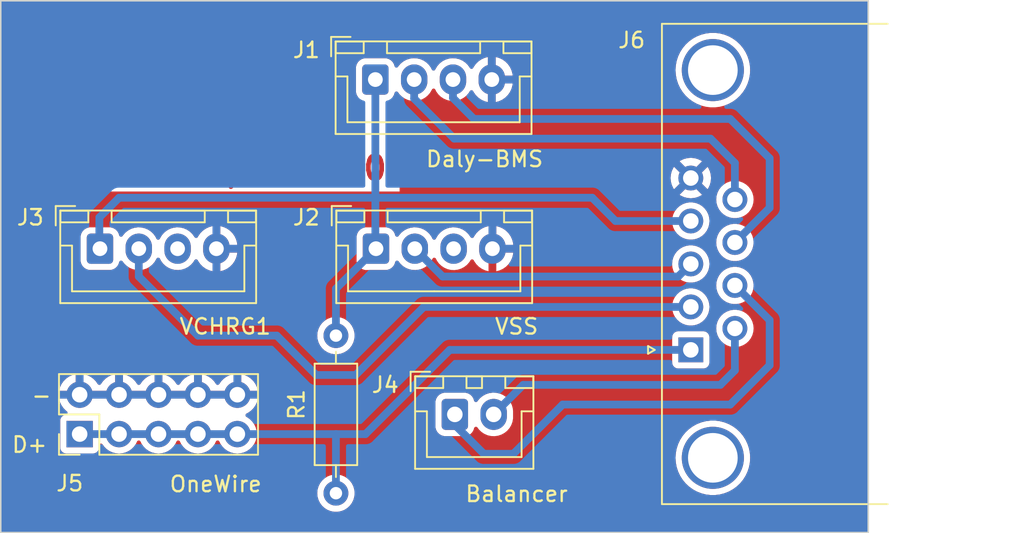
<source format=kicad_pcb>
(kicad_pcb (version 20221018) (generator pcbnew)
  (layers (0 "F.Cu" signal) (31 "B.Cu" signal) (34 "B.Paste" user) (35 "F.Paste" user) (36 "B.SilkS" user "B.Silkscreen") (37 "F.SilkS" user "F.Silkscreen") (38 "B.Mask" user) (39 "F.Mask" user) (44 "Edge.Cuts" user))
  (net 0 "")
  (net 1 "+3.3V")
  (net 2 "/Daly-TX")
  (net 3 "/Daly-RX")
  (net 4 "GND")
  (net 5 "/VSS-TX")
  (net 7 "/VCHRG1-TX")
  (net 9 "Net-(J4-Pin_1)")
  (net 10 "Net-(J4-Pin_2)")
  (net 11 "/OW-Data")
  (footprint "Connector_Dsub:DSUB-9_Male_Horizontal_P2.77x2.84mm_EdgePinOffset9.90mm_Housed_MountingHolesOffset11.32mm" (layer "F.Cu") (at 154.94 91.09 90)
    (fp_text reference "J6" (at 19.97 -3.81 180) (layer "F.SilkS"))
    (fp_text value "DE9 Plug")
    (fp_line (start -9.945 -1.86) (end 21.025 -1.86) (stroke (width 0.12)) (layer "F.SilkS"))
    (fp_line (start -9.945 12.68) (end -9.945 -1.86) (stroke (width 0.12)) (layer "F.SilkS"))
    (fp_line (start -0.25 -2.754338) (end 0.25 -2.754338) (stroke (width 0.12)) (layer "F.SilkS"))
    (fp_line (start 0 -2.321325) (end -0.25 -2.754338) (stroke (width 0.12)) (layer "F.SilkS"))
    (fp_line (start 0.25 -2.754338) (end 0 -2.321325) (stroke (width 0.12)) (layer "F.SilkS"))
    (fp_line (start 21.025 -1.86) (end 21.025 12.68) (stroke (width 0.12)) (layer "F.SilkS"))
    (pad "0" thru_hole circle (at -6.96 1.42 90) (size 4 4) (drill 3.2) (layers "*.Cu" "*.Mask"))
    (pad "0" thru_hole circle (at 18.04 1.42 90) (size 4 4) (drill 3.2) (layers "*.Cu" "*.Mask"))
    (pad "1" thru_hole rect (at 0 0 90) (size 1.6 1.6) (drill 1) (layers "*.Cu" "*.Mask") (net 11 "/OW-Data"))
    (pad "2" thru_hole circle (at 2.77 0 90) (size 1.6 1.6) (drill 1) (layers "*.Cu" "*.Mask") (net 7 "/VCHRG1-TX"))
    (pad "3" thru_hole circle (at 5.54 0 90) (size 1.6 1.6) (drill 1) (layers "*.Cu" "*.Mask") (net 5 "/VSS-TX"))
    (pad "4" thru_hole circle (at 8.31 0 90) (size 1.6 1.6) (drill 1) (layers "*.Cu" "*.Mask") (net 1 "+3.3V"))
    (pad "5" thru_hole circle (at 11.08 0 90) (size 1.6 1.6) (drill 1) (layers "*.Cu" "*.Mask") (net 4 "GND"))
    (pad "6" thru_hole circle (at 1.385 2.84 90) (size 1.6 1.6) (drill 1) (layers "*.Cu" "*.Mask") (net 10 "Net-(J4-Pin_2)"))
    (pad "7" thru_hole circle (at 4.155 2.84 90) (size 1.6 1.6) (drill 1) (layers "*.Cu" "*.Mask") (net 9 "Net-(J4-Pin_1)"))
    (pad "8" thru_hole circle (at 6.925 2.84 90) (size 1.6 1.6) (drill 1) (layers "*.Cu" "*.Mask") (net 3 "/Daly-RX"))
    (pad "9" thru_hole circle (at 9.695 2.84 90) (size 1.6 1.6) (drill 1) (layers "*.Cu" "*.Mask") (net 2 "/Daly-TX"))
  )
  (footprint "Connector_JST:JST_XH_B4B-XH-A_1x04_P2.50mm_Vertical" (layer "F.Cu") (at 134.66 84.565)
    (fp_text reference "J2" (at -4.485 -2.015) (layer "F.SilkS"))
    (fp_text value "B4B-XH-A")
    (fp_line (start -2.85 -2.75) (end -2.85 -1.5) (stroke (width 0.12)) (layer "F.SilkS"))
    (fp_line (start -2.56 -2.46) (end -2.56 3.51) (stroke (width 0.12)) (layer "F.SilkS"))
    (fp_line (start -2.56 3.51) (end 10.06 3.51) (stroke (width 0.12)) (layer "F.SilkS"))
    (fp_line (start -2.55 -2.45) (end -2.55 -1.7) (stroke (width 0.12)) (layer "F.SilkS"))
    (fp_line (start -2.55 -1.7) (end -0.75 -1.7) (stroke (width 0.12)) (layer "F.SilkS"))
    (fp_line (start -2.55 -0.2) (end -1.8 -0.2) (stroke (width 0.12)) (layer "F.SilkS"))
    (fp_line (start -1.8 -0.2) (end -1.8 2.75) (stroke (width 0.12)) (layer "F.SilkS"))
    (fp_line (start -1.8 2.75) (end 3.75 2.75) (stroke (width 0.12)) (layer "F.SilkS"))
    (fp_line (start -1.6 -2.75) (end -2.85 -2.75) (stroke (width 0.12)) (layer "F.SilkS"))
    (fp_line (start -0.75 -2.45) (end -2.55 -2.45) (stroke (width 0.12)) (layer "F.SilkS"))
    (fp_line (start -0.75 -1.7) (end -0.75 -2.45) (stroke (width 0.12)) (layer "F.SilkS"))
    (fp_line (start 0.75 -2.45) (end 0.75 -1.7) (stroke (width 0.12)) (layer "F.SilkS"))
    (fp_line (start 0.75 -1.7) (end 6.75 -1.7) (stroke (width 0.12)) (layer "F.SilkS"))
    (fp_line (start 6.75 -2.45) (end 0.75 -2.45) (stroke (width 0.12)) (layer "F.SilkS"))
    (fp_line (start 6.75 -1.7) (end 6.75 -2.45) (stroke (width 0.12)) (layer "F.SilkS"))
    (fp_line (start 8.25 -2.45) (end 8.25 -1.7) (stroke (width 0.12)) (layer "F.SilkS"))
    (fp_line (start 8.25 -1.7) (end 10.05 -1.7) (stroke (width 0.12)) (layer "F.SilkS"))
    (fp_line (start 9.3 -0.2) (end 9.3 2.75) (stroke (width 0.12)) (layer "F.SilkS"))
    (fp_line (start 9.3 2.75) (end 3.75 2.75) (stroke (width 0.12)) (layer "F.SilkS"))
    (fp_line (start 10.05 -2.45) (end 8.25 -2.45) (stroke (width 0.12)) (layer "F.SilkS"))
    (fp_line (start 10.05 -1.7) (end 10.05 -2.45) (stroke (width 0.12)) (layer "F.SilkS"))
    (fp_line (start 10.05 -0.2) (end 9.3 -0.2) (stroke (width 0.12)) (layer "F.SilkS"))
    (fp_line (start 10.06 -2.46) (end -2.56 -2.46) (stroke (width 0.12)) (layer "F.SilkS"))
    (fp_line (start 10.06 3.51) (end 10.06 -2.46) (stroke (width 0.12)) (layer "F.SilkS"))
    (pad "1" thru_hole roundrect (at 0 0) (size 1.7 1.95) (drill 0.95) (layers "*.Cu" "*.Mask") (roundrect_rratio 0.1470588235) (net 1 "+3.3V"))
    (pad "2" thru_hole oval (at 2.5 0) (size 1.7 1.95) (drill 0.95) (layers "*.Cu" "*.Mask") (net 5 "/VSS-TX"))
    (pad "3" thru_hole oval (at 5 0) (size 1.7 1.95) (drill 0.95) (layers "*.Cu" "*.Mask"))
    (pad "4" thru_hole oval (at 7.5 0) (size 1.7 1.95) (drill 0.95) (layers "*.Cu" "*.Mask") (net 4 "GND"))
  )
  (footprint "Connector_JST:JST_XH_B4B-XH-A_1x04_P2.50mm_Vertical" (layer "F.Cu") (at 116.88 84.565)
    (fp_text reference "J3" (at -4.485 -2.015) (layer "F.SilkS"))
    (fp_text value "B4B-XH-A")
    (fp_line (start -2.85 -2.75) (end -2.85 -1.5) (stroke (width 0.12)) (layer "F.SilkS"))
    (fp_line (start -2.56 -2.46) (end -2.56 3.51) (stroke (width 0.12)) (layer "F.SilkS"))
    (fp_line (start -2.56 3.51) (end 10.06 3.51) (stroke (width 0.12)) (layer "F.SilkS"))
    (fp_line (start -2.55 -2.45) (end -2.55 -1.7) (stroke (width 0.12)) (layer "F.SilkS"))
    (fp_line (start -2.55 -1.7) (end -0.75 -1.7) (stroke (width 0.12)) (layer "F.SilkS"))
    (fp_line (start -2.55 -0.2) (end -1.8 -0.2) (stroke (width 0.12)) (layer "F.SilkS"))
    (fp_line (start -1.8 -0.2) (end -1.8 2.75) (stroke (width 0.12)) (layer "F.SilkS"))
    (fp_line (start -1.8 2.75) (end 3.75 2.75) (stroke (width 0.12)) (layer "F.SilkS"))
    (fp_line (start -1.6 -2.75) (end -2.85 -2.75) (stroke (width 0.12)) (layer "F.SilkS"))
    (fp_line (start -0.75 -2.45) (end -2.55 -2.45) (stroke (width 0.12)) (layer "F.SilkS"))
    (fp_line (start -0.75 -1.7) (end -0.75 -2.45) (stroke (width 0.12)) (layer "F.SilkS"))
    (fp_line (start 0.75 -2.45) (end 0.75 -1.7) (stroke (width 0.12)) (layer "F.SilkS"))
    (fp_line (start 0.75 -1.7) (end 6.75 -1.7) (stroke (width 0.12)) (layer "F.SilkS"))
    (fp_line (start 6.75 -2.45) (end 0.75 -2.45) (stroke (width 0.12)) (layer "F.SilkS"))
    (fp_line (start 6.75 -1.7) (end 6.75 -2.45) (stroke (width 0.12)) (layer "F.SilkS"))
    (fp_line (start 8.25 -2.45) (end 8.25 -1.7) (stroke (width 0.12)) (layer "F.SilkS"))
    (fp_line (start 8.25 -1.7) (end 10.05 -1.7) (stroke (width 0.12)) (layer "F.SilkS"))
    (fp_line (start 9.3 -0.2) (end 9.3 2.75) (stroke (width 0.12)) (layer "F.SilkS"))
    (fp_line (start 9.3 2.75) (end 3.75 2.75) (stroke (width 0.12)) (layer "F.SilkS"))
    (fp_line (start 10.05 -2.45) (end 8.25 -2.45) (stroke (width 0.12)) (layer "F.SilkS"))
    (fp_line (start 10.05 -1.7) (end 10.05 -2.45) (stroke (width 0.12)) (layer "F.SilkS"))
    (fp_line (start 10.05 -0.2) (end 9.3 -0.2) (stroke (width 0.12)) (layer "F.SilkS"))
    (fp_line (start 10.06 -2.46) (end -2.56 -2.46) (stroke (width 0.12)) (layer "F.SilkS"))
    (fp_line (start 10.06 3.51) (end 10.06 -2.46) (stroke (width 0.12)) (layer "F.SilkS"))
    (pad "1" thru_hole roundrect (at 0 0) (size 1.7 1.95) (drill 0.95) (layers "*.Cu" "*.Mask") (roundrect_rratio 0.1470588235) (net 1 "+3.3V"))
    (pad "2" thru_hole oval (at 2.5 0) (size 1.7 1.95) (drill 0.95) (layers "*.Cu" "*.Mask") (net 7 "/VCHRG1-TX"))
    (pad "3" thru_hole oval (at 5 0) (size 1.7 1.95) (drill 0.95) (layers "*.Cu" "*.Mask"))
    (pad "4" thru_hole oval (at 7.5 0) (size 1.7 1.95) (drill 0.95) (layers "*.Cu" "*.Mask") (net 4 "GND"))
  )
  (footprint "Connector_JST:JST_XH_B4B-XH-A_1x04_P2.50mm_Vertical" (layer "F.Cu") (at 134.62 73.66)
    (fp_text reference "J1" (at -4.445 -1.905) (layer "F.SilkS"))
    (fp_text value "B4B-XH-A")
    (fp_line (start -2.85 -2.75) (end -2.85 -1.5) (stroke (width 0.12)) (layer "F.SilkS"))
    (fp_line (start -2.56 -2.46) (end -2.56 3.51) (stroke (width 0.12)) (layer "F.SilkS"))
    (fp_line (start -2.56 3.51) (end 10.06 3.51) (stroke (width 0.12)) (layer "F.SilkS"))
    (fp_line (start -2.55 -2.45) (end -2.55 -1.7) (stroke (width 0.12)) (layer "F.SilkS"))
    (fp_line (start -2.55 -1.7) (end -0.75 -1.7) (stroke (width 0.12)) (layer "F.SilkS"))
    (fp_line (start -2.55 -0.2) (end -1.8 -0.2) (stroke (width 0.12)) (layer "F.SilkS"))
    (fp_line (start -1.8 -0.2) (end -1.8 2.75) (stroke (width 0.12)) (layer "F.SilkS"))
    (fp_line (start -1.8 2.75) (end 3.75 2.75) (stroke (width 0.12)) (layer "F.SilkS"))
    (fp_line (start -1.6 -2.75) (end -2.85 -2.75) (stroke (width 0.12)) (layer "F.SilkS"))
    (fp_line (start -0.75 -2.45) (end -2.55 -2.45) (stroke (width 0.12)) (layer "F.SilkS"))
    (fp_line (start -0.75 -1.7) (end -0.75 -2.45) (stroke (width 0.12)) (layer "F.SilkS"))
    (fp_line (start 0.75 -2.45) (end 0.75 -1.7) (stroke (width 0.12)) (layer "F.SilkS"))
    (fp_line (start 0.75 -1.7) (end 6.75 -1.7) (stroke (width 0.12)) (layer "F.SilkS"))
    (fp_line (start 6.75 -2.45) (end 0.75 -2.45) (stroke (width 0.12)) (layer "F.SilkS"))
    (fp_line (start 6.75 -1.7) (end 6.75 -2.45) (stroke (width 0.12)) (layer "F.SilkS"))
    (fp_line (start 8.25 -2.45) (end 8.25 -1.7) (stroke (width 0.12)) (layer "F.SilkS"))
    (fp_line (start 8.25 -1.7) (end 10.05 -1.7) (stroke (width 0.12)) (layer "F.SilkS"))
    (fp_line (start 9.3 -0.2) (end 9.3 2.75) (stroke (width 0.12)) (layer "F.SilkS"))
    (fp_line (start 9.3 2.75) (end 3.75 2.75) (stroke (width 0.12)) (layer "F.SilkS"))
    (fp_line (start 10.05 -2.45) (end 8.25 -2.45) (stroke (width 0.12)) (layer "F.SilkS"))
    (fp_line (start 10.05 -1.7) (end 10.05 -2.45) (stroke (width 0.12)) (layer "F.SilkS"))
    (fp_line (start 10.05 -0.2) (end 9.3 -0.2) (stroke (width 0.12)) (layer "F.SilkS"))
    (fp_line (start 10.06 -2.46) (end -2.56 -2.46) (stroke (width 0.12)) (layer "F.SilkS"))
    (fp_line (start 10.06 3.51) (end 10.06 -2.46) (stroke (width 0.12)) (layer "F.SilkS"))
    (pad "1" thru_hole roundrect (at 0 0) (size 1.7 1.95) (drill 0.95) (layers "*.Cu" "*.Mask") (roundrect_rratio 0.1470588235) (net 1 "+3.3V"))
    (pad "2" thru_hole oval (at 2.5 0) (size 1.7 1.95) (drill 0.95) (layers "*.Cu" "*.Mask") (net 2 "/Daly-TX"))
    (pad "3" thru_hole oval (at 5 0) (size 1.7 1.95) (drill 0.95) (layers "*.Cu" "*.Mask") (net 3 "/Daly-RX"))
    (pad "4" thru_hole oval (at 7.5 0) (size 1.7 1.95) (drill 0.95) (layers "*.Cu" "*.Mask") (net 4 "GND"))
  )
  (footprint "Resistor_THT:R_Axial_DIN0207_L6.3mm_D2.5mm_P10.16mm_Horizontal" (layer "F.Cu") (at 132.08 90.17 -90)
    (fp_text reference "R1" (at 4.445 2.54 -90) (layer "F.SilkS"))
    (fp_text value "4k7")
    (fp_line (start 1.04 0) (end 1.81 0) (stroke (width 0.12)) (layer "F.SilkS"))
    (fp_line (start 1.81 -1.37) (end 1.81 1.37) (stroke (width 0.12)) (layer "F.SilkS"))
    (fp_line (start 1.81 1.37) (end 8.35 1.37) (stroke (width 0.12)) (layer "F.SilkS"))
    (fp_line (start 8.35 -1.37) (end 1.81 -1.37) (stroke (width 0.12)) (layer "F.SilkS"))
    (fp_line (start 8.35 1.37) (end 8.35 -1.37) (stroke (width 0.12)) (layer "F.SilkS"))
    (fp_line (start 9.12 0) (end 8.35 0) (stroke (width 0.12)) (layer "F.SilkS"))
    (pad "1" thru_hole circle (at 0 0 270) (size 1.6 1.6) (drill 0.8) (layers "*.Cu" "*.Mask") (net 1 "+3.3V"))
    (pad "2" thru_hole oval (at 10.16 0 270) (size 1.6 1.6) (drill 0.8) (layers "*.Cu" "*.Mask") (net 11 "/OW-Data"))
  )
  (footprint "Connector_PinHeader_2.54mm:PinHeader_2x05_P2.54mm_Vertical" (layer "F.Cu") (at 115.57 96.52 90)
    (fp_text reference "J5" (at -3.175 -0.635 180) (layer "F.SilkS"))
    (fp_text value "Conn_02x05_Counter_Clockwise" hide)
    (fp_line (start -1.33 -1.33) (end 0 -1.33) (stroke (width 0.12)) (layer "F.SilkS"))
    (fp_line (start -1.33 0) (end -1.33 -1.33) (stroke (width 0.12)) (layer "F.SilkS"))
    (fp_line (start -1.33 1.27) (end -1.33 11.49) (stroke (width 0.12)) (layer "F.SilkS"))
    (fp_line (start -1.33 1.27) (end 1.27 1.27) (stroke (width 0.12)) (layer "F.SilkS"))
    (fp_line (start -1.33 11.49) (end 3.87 11.49) (stroke (width 0.12)) (layer "F.SilkS"))
    (fp_line (start 1.27 -1.33) (end 3.87 -1.33) (stroke (width 0.12)) (layer "F.SilkS"))
    (fp_line (start 1.27 1.27) (end 1.27 -1.33) (stroke (width 0.12)) (layer "F.SilkS"))
    (fp_line (start 3.87 -1.33) (end 3.87 11.49) (stroke (width 0.12)) (layer "F.SilkS"))
    (pad "1" thru_hole rect (at 0 0 90) (size 1.7 1.7) (drill 1) (layers "*.Cu" "*.Mask") (net 11 "/OW-Data"))
    (pad "2" thru_hole oval (at 2.54 0 90) (size 1.7 1.7) (drill 1) (layers "*.Cu" "*.Mask") (net 4 "GND"))
    (pad "3" thru_hole oval (at 0 2.54 90) (size 1.7 1.7) (drill 1) (layers "*.Cu" "*.Mask") (net 11 "/OW-Data"))
    (pad "4" thru_hole oval (at 2.54 2.54 90) (size 1.7 1.7) (drill 1) (layers "*.Cu" "*.Mask") (net 4 "GND"))
    (pad "5" thru_hole oval (at 0 5.08 90) (size 1.7 1.7) (drill 1) (layers "*.Cu" "*.Mask") (net 11 "/OW-Data"))
    (pad "6" thru_hole oval (at 2.54 5.08 90) (size 1.7 1.7) (drill 1) (layers "*.Cu" "*.Mask") (net 4 "GND"))
    (pad "7" thru_hole oval (at 0 7.62 90) (size 1.7 1.7) (drill 1) (layers "*.Cu" "*.Mask") (net 11 "/OW-Data"))
    (pad "8" thru_hole oval (at 2.54 7.62 90) (size 1.7 1.7) (drill 1) (layers "*.Cu" "*.Mask") (net 4 "GND"))
    (pad "9" thru_hole oval (at 0 10.16 90) (size 1.7 1.7) (drill 1) (layers "*.Cu" "*.Mask") (net 11 "/OW-Data"))
    (pad "10" thru_hole oval (at 2.54 10.16 90) (size 1.7 1.7) (drill 1) (layers "*.Cu" "*.Mask") (net 4 "GND"))
  )
  (footprint "Connector_JST:JST_XH_B2B-XH-A_1x02_P2.50mm_Vertical" (layer "F.Cu") (at 139.74 95.25)
    (fp_text reference "J4" (at -4.485 -1.905) (layer "F.SilkS"))
    (fp_text value "B2B-XH-A")
    (fp_line (start -2.85 -2.75) (end -2.85 -1.5) (stroke (width 0.12)) (layer "F.SilkS"))
    (fp_line (start -2.56 -2.46) (end -2.56 3.51) (stroke (width 0.12)) (layer "F.SilkS"))
    (fp_line (start -2.56 3.51) (end 5.06 3.51) (stroke (width 0.12)) (layer "F.SilkS"))
    (fp_line (start -2.55 -2.45) (end -2.55 -1.7) (stroke (width 0.12)) (layer "F.SilkS"))
    (fp_line (start -2.55 -1.7) (end -0.75 -1.7) (stroke (width 0.12)) (layer "F.SilkS"))
    (fp_line (start -2.55 -0.2) (end -1.8 -0.2) (stroke (width 0.12)) (layer "F.SilkS"))
    (fp_line (start -1.8 -0.2) (end -1.8 2.75) (stroke (width 0.12)) (layer "F.SilkS"))
    (fp_line (start -1.8 2.75) (end 1.25 2.75) (stroke (width 0.12)) (layer "F.SilkS"))
    (fp_line (start -1.6 -2.75) (end -2.85 -2.75) (stroke (width 0.12)) (layer "F.SilkS"))
    (fp_line (start -0.75 -2.45) (end -2.55 -2.45) (stroke (width 0.12)) (layer "F.SilkS"))
    (fp_line (start -0.75 -1.7) (end -0.75 -2.45) (stroke (width 0.12)) (layer "F.SilkS"))
    (fp_line (start 0.75 -2.45) (end 0.75 -1.7) (stroke (width 0.12)) (layer "F.SilkS"))
    (fp_line (start 0.75 -1.7) (end 1.75 -1.7) (stroke (width 0.12)) (layer "F.SilkS"))
    (fp_line (start 1.75 -2.45) (end 0.75 -2.45) (stroke (width 0.12)) (layer "F.SilkS"))
    (fp_line (start 1.75 -1.7) (end 1.75 -2.45) (stroke (width 0.12)) (layer "F.SilkS"))
    (fp_line (start 3.25 -2.45) (end 3.25 -1.7) (stroke (width 0.12)) (layer "F.SilkS"))
    (fp_line (start 3.25 -1.7) (end 5.05 -1.7) (stroke (width 0.12)) (layer "F.SilkS"))
    (fp_line (start 4.3 -0.2) (end 4.3 2.75) (stroke (width 0.12)) (layer "F.SilkS"))
    (fp_line (start 4.3 2.75) (end 1.25 2.75) (stroke (width 0.12)) (layer "F.SilkS"))
    (fp_line (start 5.05 -2.45) (end 3.25 -2.45) (stroke (width 0.12)) (layer "F.SilkS"))
    (fp_line (start 5.05 -1.7) (end 5.05 -2.45) (stroke (width 0.12)) (layer "F.SilkS"))
    (fp_line (start 5.05 -0.2) (end 4.3 -0.2) (stroke (width 0.12)) (layer "F.SilkS"))
    (fp_line (start 5.06 -2.46) (end -2.56 -2.46) (stroke (width 0.12)) (layer "F.SilkS"))
    (fp_line (start 5.06 3.51) (end 5.06 -2.46) (stroke (width 0.12)) (layer "F.SilkS"))
    (pad "1" thru_hole roundrect (at 0 0) (size 1.7 2) (drill 1) (layers "*.Cu" "*.Mask") (roundrect_rratio 0.1470588235) (net 9 "Net-(J4-Pin_1)"))
    (pad "2" thru_hole oval (at 2.5 0) (size 1.7 2) (drill 1) (layers "*.Cu" "*.Mask") (net 10 "Net-(J4-Pin_2)"))
  )
  (gr_rect (start 110.49 68.58) (end 166.37 102.87) (stroke (width 0.1)) (fill none) (layer "Edge.Cuts"))
  (gr_text "ESP32-BMS_Ctrl\nD-SUB Adaptor v1.0" (at 111.76 80.264) (layer "F.Cu") (effects (font (size 1.5 1.5) (thickness 0.3) bold) (justify left bottom)))
  (gr_text "VSS" (at 142.24 90.17) (layer "F.SilkS") (effects (font (size 1 1)) (justify left bottom)))
  (gr_text "-" (at 112.395 94.615) (layer "F.SilkS") (effects (font (size 1 1)) (justify left bottom)))
  (gr_text "D+" (at 111.125 97.79) (layer "F.SilkS") (effects (font (size 1 1)) (justify left bottom)))
  (gr_text "VCHRG1" (at 121.92 90.17) (layer "F.SilkS") (effects (font (size 1 1)) (justify left bottom)))
  (gr_text "OneWire" (at 121.285 100.33) (layer "F.SilkS") (effects (font (size 1 1)) (justify left bottom)))
  (gr_text "Daly-BMS" (at 137.795 79.375) (layer "F.SilkS") (effects (font (size 1 1)) (justify left bottom)))
  (gr_text "Balancer" (at 140.335 100.965) (layer "F.SilkS") (effects (font (size 1 1)) (justify left bottom)))
  (segment (start 132.08 87.145) (end 132.08 90.17) (width 0.5) (layer "B.Cu") (net 1))
  (segment (start 134.62 73.66) (end 134.62 84.525) (width 0.5) (layer "B.Cu") (net 1))
  (segment (start 154.94 82.78) (end 150.09 82.78) (width 0.5) (layer "B.Cu") (net 1))
  (segment (start 134.66 84.565) (end 132.08 87.145) (width 0.5) (layer "B.Cu") (net 1))
  (segment (start 148.59 81.28) (end 118.11 81.28) (width 0.5) (layer "B.Cu") (net 1))
  (segment (start 134.62 84.525) (end 134.66 84.565) (width 0.5) (layer "B.Cu") (net 1))
  (segment (start 116.84 84.525) (end 116.88 84.565) (width 0.5) (layer "B.Cu") (net 1))
  (segment (start 116.84 82.55) (end 116.84 84.525) (width 0.5) (layer "B.Cu") (net 1))
  (segment (start 118.11 81.28) (end 116.84 82.55) (width 0.5) (layer "B.Cu") (net 1))
  (segment (start 150.09 82.78) (end 148.59 81.28) (width 0.5) (layer "B.Cu") (net 1))
  (segment (start 137.12 74.89) (end 137.12 73.66) (width 0.5) (layer "B.Cu") (net 2))
  (segment (start 157.78 79.04) (end 156.21 77.47) (width 0.5) (layer "B.Cu") (net 2))
  (segment (start 139.7 77.47) (end 137.12 74.89) (width 0.5) (layer "B.Cu") (net 2))
  (segment (start 156.21 77.47) (end 139.7 77.47) (width 0.5) (layer "B.Cu") (net 2))
  (segment (start 157.78 81.395) (end 157.78 79.04) (width 0.5) (layer "B.Cu") (net 2))
  (segment (start 160.02 78.74) (end 157.48 76.2) (width 0.5) (layer "B.Cu") (net 3))
  (segment (start 160.02 81.925) (end 160.02 78.74) (width 0.5) (layer "B.Cu") (net 3))
  (segment (start 157.78 84.165) (end 160.02 81.925) (width 0.5) (layer "B.Cu") (net 3))
  (segment (start 157.48 76.2) (end 140.97 76.2) (width 0.5) (layer "B.Cu") (net 3))
  (segment (start 140.97 76.2) (end 139.62 74.85) (width 0.5) (layer "B.Cu") (net 3))
  (segment (start 139.62 74.85) (end 139.62 73.66) (width 0.5) (layer "B.Cu") (net 3))
  (segment (start 154.94 85.55) (end 154.13 86.36) (width 0.5) (layer "B.Cu") (net 5))
  (segment (start 138.955 86.36) (end 137.16 84.565) (width 0.5) (layer "B.Cu") (net 5))
  (segment (start 154.13 86.36) (end 138.955 86.36) (width 0.5) (layer "B.Cu") (net 5))
  (segment (start 123.19 90.17) (end 119.38 86.36) (width 0.5) (layer "B.Cu") (net 7))
  (segment (start 130.81 92.71) (end 128.27 90.17) (width 0.5) (layer "B.Cu") (net 7))
  (segment (start 154.94 88.32) (end 137.74 88.32) (width 0.5) (layer "B.Cu") (net 7))
  (segment (start 119.38 86.36) (end 119.38 84.565) (width 0.5) (layer "B.Cu") (net 7))
  (segment (start 137.74 88.32) (end 133.35 92.71) (width 0.5) (layer "B.Cu") (net 7))
  (segment (start 133.35 92.71) (end 130.81 92.71) (width 0.5) (layer "B.Cu") (net 7))
  (segment (start 128.27 90.17) (end 123.19 90.17) (width 0.5) (layer "B.Cu") (net 7))
  (segment (start 141.605 97.79) (end 139.74 95.925) (width 0.5) (layer "B.Cu") (net 9))
  (segment (start 157.78 86.935) (end 160.02 89.175) (width 0.5) (layer "B.Cu") (net 9))
  (segment (start 139.74 95.925) (end 139.74 95.25) (width 0.5) (layer "B.Cu") (net 9))
  (segment (start 157.48 94.615) (end 146.685 94.615) (width 0.5) (layer "B.Cu") (net 9))
  (segment (start 160.02 89.175) (end 160.02 92.075) (width 0.5) (layer "B.Cu") (net 9))
  (segment (start 160.02 92.075) (end 157.48 94.615) (width 0.5) (layer "B.Cu") (net 9))
  (segment (start 143.51 97.79) (end 141.605 97.79) (width 0.5) (layer "B.Cu") (net 9))
  (segment (start 146.685 94.615) (end 143.51 97.79) (width 0.5) (layer "B.Cu") (net 9))
  (segment (start 157.78 89.705) (end 157.78 92.41) (width 0.5) (layer "B.Cu") (net 10))
  (segment (start 157.78 92.41) (end 156.845 93.345) (width 0.5) (layer "B.Cu") (net 10))
  (segment (start 156.845 93.345) (end 144.145 93.345) (width 0.5) (layer "B.Cu") (net 10))
  (segment (start 144.145 93.345) (end 142.24 95.25) (width 0.5) (layer "B.Cu") (net 10))
  (segment (start 133.985 96.52) (end 132.08 96.52) (width 0.5) (layer "B.Cu") (net 11))
  (segment (start 139.415 91.09) (end 133.985 96.52) (width 0.5) (layer "B.Cu") (net 11))
  (segment (start 125.73 96.52) (end 132.08 96.52) (width 0.5) (layer "B.Cu") (net 11))
  (segment (start 132.08 96.52) (end 132.08 100.33) (width 0.5) (layer "B.Cu") (net 11))
  (segment (start 118.11 96.52) (end 120.65 96.52) (width 0.5) (layer "B.Cu") (net 11))
  (segment (start 115.57 96.52) (end 118.11 96.52) (width 0.5) (layer "B.Cu") (net 11))
  (segment (start 123.19 96.52) (end 125.73 96.52) (width 0.5) (layer "B.Cu") (net 11))
  (segment (start 154.94 91.09) (end 139.415 91.09) (width 0.5) (layer "B.Cu") (net 11))
  (segment (start 120.65 96.52) (end 123.19 96.52) (width 0.5) (layer "B.Cu") (net 11))
  (zone (net 4) (net_name "GND") (layer "F.Cu") (priority 1) (connect_pads (clearance 0.4)) (min_thickness 0.25) (fill yes (thermal_gap 0.5) (thermal_bridge_width 0.5))
    (polygon (pts (xy 110.49 68.58) (xy 166.37 68.58) (xy 166.37 102.87) (xy 110.49 102.87)))
  )
  (zone (net 4) (net_name "GND") (layer "B.Cu") (connect_pads (clearance 0.4)) (min_thickness 0.25) (fill yes (thermal_gap 0.5) (thermal_bridge_width 0.5))
    (polygon (pts (xy 110.49 68.58) (xy 166.37 68.58) (xy 166.37 102.87) (xy 110.49 102.87)))
  )
)
</source>
